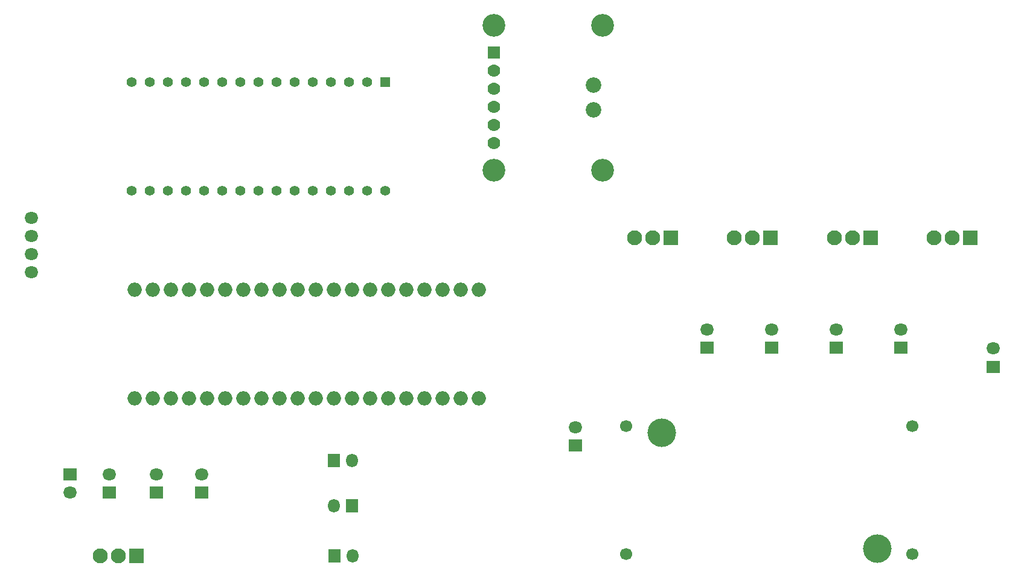
<source format=gbl>
G04*
G04 #@! TF.GenerationSoftware,Altium Limited,Altium Designer,22.11.1 (43)*
G04*
G04 Layer_Physical_Order=2*
G04 Layer_Color=16711680*
%FSLAX44Y44*%
%MOMM*%
G71*
G04*
G04 #@! TF.SameCoordinates,14A6941D-5628-486E-95A6-CD52BDA425C4*
G04*
G04*
G04 #@! TF.FilePolarity,Positive*
G04*
G01*
G75*
%ADD20R,1.4140X1.4140*%
%ADD21C,1.4140*%
%ADD32R,1.9050X1.6510*%
%ADD33O,1.9050X1.6510*%
%ADD34R,1.6510X1.9050*%
%ADD35O,1.6510X1.9050*%
%ADD36O,2.0000X2.0000*%
%ADD37C,2.1000*%
%ADD38R,2.1000X2.1000*%
%ADD39C,1.7780*%
%ADD40R,1.7780X1.7780*%
%ADD41C,2.1844*%
%ADD42C,3.2000*%
%ADD43C,1.7000*%
%ADD44C,4.0000*%
D20*
X621030Y720090D02*
D03*
D21*
X595630D02*
D03*
X570230D02*
D03*
X544830D02*
D03*
X519430D02*
D03*
X494030D02*
D03*
X468630D02*
D03*
X443230D02*
D03*
X417830D02*
D03*
X392430D02*
D03*
X367030D02*
D03*
X341630D02*
D03*
X316230D02*
D03*
X290830D02*
D03*
X265430D02*
D03*
Y567690D02*
D03*
X290830D02*
D03*
X316230D02*
D03*
X341630D02*
D03*
X367030D02*
D03*
X392430D02*
D03*
X417830D02*
D03*
X443230D02*
D03*
X468630D02*
D03*
X494030D02*
D03*
X519430D02*
D03*
X544830D02*
D03*
X570230D02*
D03*
X595630D02*
D03*
X621030D02*
D03*
D32*
X1253067Y347726D02*
D03*
X1162473D02*
D03*
X363220Y144526D02*
D03*
X1473200Y321056D02*
D03*
X1071880Y347726D02*
D03*
X1343660D02*
D03*
X887730Y210566D02*
D03*
X299720Y144526D02*
D03*
X233680D02*
D03*
X179070Y169926D02*
D03*
D33*
X1253067Y373380D02*
D03*
X1162473D02*
D03*
X363220Y170180D02*
D03*
X1473200Y346710D02*
D03*
X124460Y453644D02*
D03*
Y479298D02*
D03*
Y504190D02*
D03*
Y529844D02*
D03*
X1071880Y373380D02*
D03*
X1343660D02*
D03*
X887730Y236220D02*
D03*
X299720Y170180D02*
D03*
X233680D02*
D03*
X179070Y144272D02*
D03*
D34*
X574294Y125730D02*
D03*
X548640Y189230D02*
D03*
X549910Y55880D02*
D03*
D35*
X548640Y125730D02*
D03*
X574294Y189230D02*
D03*
X575564Y55880D02*
D03*
D36*
X599440Y429260D02*
D03*
X574040D02*
D03*
X548640D02*
D03*
X523240D02*
D03*
X472440D02*
D03*
X447040D02*
D03*
X421640D02*
D03*
X497840D02*
D03*
X624840D02*
D03*
X726440D02*
D03*
X701040D02*
D03*
X675640D02*
D03*
X752094D02*
D03*
X650240D02*
D03*
X396348Y277114D02*
D03*
X370948D02*
D03*
X447149D02*
D03*
X345549D02*
D03*
X320149D02*
D03*
X294748D02*
D03*
X269349D02*
D03*
X421749D02*
D03*
X472548D02*
D03*
X574148D02*
D03*
X497948D02*
D03*
X523349D02*
D03*
X548749D02*
D03*
X599548D02*
D03*
X624949D02*
D03*
X726548D02*
D03*
X701149D02*
D03*
X675749D02*
D03*
X751948D02*
D03*
X650349D02*
D03*
X396240Y429260D02*
D03*
X294640D02*
D03*
X370840D02*
D03*
X269240D02*
D03*
X320040D02*
D03*
X345440D02*
D03*
D37*
X1390650Y501650D02*
D03*
X1416050D02*
D03*
X1110403D02*
D03*
X1135803D02*
D03*
X970280D02*
D03*
X995680D02*
D03*
X1250527D02*
D03*
X1275927D02*
D03*
X220980Y55880D02*
D03*
X246380D02*
D03*
D38*
X1441450Y501650D02*
D03*
X1161203D02*
D03*
X1021080D02*
D03*
X1301327D02*
D03*
X271780Y55880D02*
D03*
D39*
X773430Y711200D02*
D03*
Y685800D02*
D03*
Y736600D02*
D03*
Y660400D02*
D03*
Y635000D02*
D03*
D40*
Y762000D02*
D03*
D41*
X913130Y716500D02*
D03*
Y681500D02*
D03*
D42*
X773430Y800100D02*
D03*
X925830D02*
D03*
Y596900D02*
D03*
X773430D02*
D03*
D43*
X958850Y237490D02*
D03*
X1360170Y58420D02*
D03*
X958850D02*
D03*
X1360170Y237490D02*
D03*
D44*
X1008380Y228600D02*
D03*
X1310640Y66040D02*
D03*
M02*

</source>
